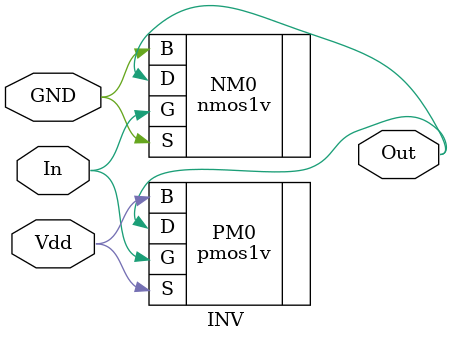
<source format=v>

module INV (
GND,Vdd,In,Out );
input  GND;
input  Vdd;
input  In;
output  Out;
wire Vdd;
wire In;
wire GND;
wire Out;

nmos1v    
 NM0  ( .S( GND ), .G( In ), .B( GND ), .D( Out ) );

pmos1v    
 PM0  ( .S( Vdd ), .G( In ), .B( Vdd ), .D( Out ) );

endmodule


</source>
